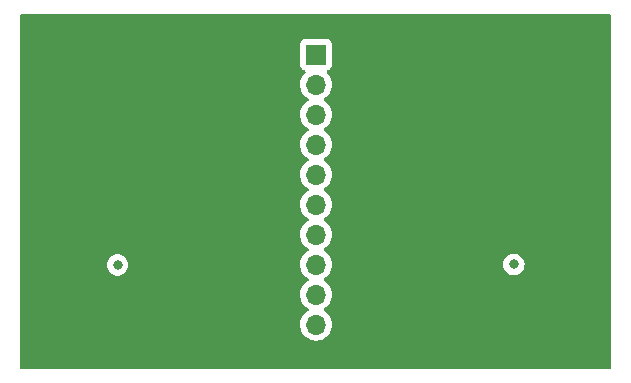
<source format=gbr>
%TF.GenerationSoftware,KiCad,Pcbnew,7.0.2*%
%TF.CreationDate,2023-11-04T13:58:57-04:00*%
%TF.ProjectId,AntSniffer,416e7453-6e69-4666-9665-722e6b696361,rev?*%
%TF.SameCoordinates,Original*%
%TF.FileFunction,Copper,L2,Inr*%
%TF.FilePolarity,Positive*%
%FSLAX46Y46*%
G04 Gerber Fmt 4.6, Leading zero omitted, Abs format (unit mm)*
G04 Created by KiCad (PCBNEW 7.0.2) date 2023-11-04 13:58:57*
%MOMM*%
%LPD*%
G01*
G04 APERTURE LIST*
%TA.AperFunction,ComponentPad*%
%ADD10R,1.700000X1.700000*%
%TD*%
%TA.AperFunction,ComponentPad*%
%ADD11O,1.700000X1.700000*%
%TD*%
%TA.AperFunction,ViaPad*%
%ADD12C,0.800000*%
%TD*%
G04 APERTURE END LIST*
D10*
%TO.N,/A2*%
%TO.C,J1*%
X168579800Y-45979000D03*
D11*
%TO.N,/SCL*%
X168579800Y-48519000D03*
%TO.N,/SDA*%
X168579800Y-51059000D03*
%TO.N,/PLUG*%
X168579800Y-53599000D03*
%TO.N,/A1*%
X168579800Y-56139000D03*
%TO.N,/TX*%
X168579800Y-58679000D03*
%TO.N,/RST*%
X168579800Y-61219000D03*
%TO.N,/RX*%
X168579800Y-63759000D03*
%TO.N,/A0*%
X168579800Y-66299000D03*
%TO.N,/3V3*%
X168579800Y-68839000D03*
%TD*%
D12*
%TO.N,GND*%
X172212000Y-71069200D03*
%TO.N,/3V3*%
X185318400Y-63754000D03*
X151765000Y-63804800D03*
%TO.N,GND*%
X146837400Y-69443600D03*
X162814000Y-70840600D03*
X182295800Y-61759600D03*
X154736800Y-61771800D03*
X190093600Y-45974000D03*
X154762200Y-57771800D03*
X147015200Y-46126400D03*
X182295800Y-57759600D03*
X182295800Y-49759600D03*
X190119000Y-69519800D03*
X154762200Y-49771800D03*
%TD*%
%TA.AperFunction,Conductor*%
%TO.N,GND*%
G36*
X193490539Y-42565185D02*
G01*
X193536294Y-42617989D01*
X193547500Y-42669500D01*
X193547500Y-72494100D01*
X193527815Y-72561139D01*
X193475011Y-72606894D01*
X193423500Y-72618100D01*
X143609100Y-72618100D01*
X143542061Y-72598415D01*
X143496306Y-72545611D01*
X143485100Y-72494100D01*
X143485100Y-68839000D01*
X167224140Y-68839000D01*
X167244736Y-69074407D01*
X167289509Y-69241502D01*
X167305897Y-69302663D01*
X167405765Y-69516830D01*
X167541305Y-69710401D01*
X167708399Y-69877495D01*
X167901970Y-70013035D01*
X168116137Y-70112903D01*
X168344392Y-70174063D01*
X168579800Y-70194659D01*
X168815208Y-70174063D01*
X169043463Y-70112903D01*
X169257630Y-70013035D01*
X169451201Y-69877495D01*
X169618295Y-69710401D01*
X169753835Y-69516830D01*
X169853703Y-69302663D01*
X169914863Y-69074408D01*
X169935459Y-68839000D01*
X169914863Y-68603592D01*
X169853703Y-68375337D01*
X169753835Y-68161171D01*
X169618295Y-67967599D01*
X169451201Y-67800505D01*
X169265639Y-67670573D01*
X169222016Y-67615998D01*
X169214822Y-67546500D01*
X169246345Y-67484145D01*
X169265637Y-67467428D01*
X169451201Y-67337495D01*
X169618295Y-67170401D01*
X169753835Y-66976830D01*
X169853703Y-66762663D01*
X169914863Y-66534408D01*
X169935459Y-66299000D01*
X169914863Y-66063592D01*
X169853703Y-65835337D01*
X169753835Y-65621171D01*
X169618295Y-65427599D01*
X169451201Y-65260505D01*
X169265639Y-65130573D01*
X169222015Y-65075997D01*
X169214823Y-65006498D01*
X169246345Y-64944144D01*
X169265631Y-64927432D01*
X169451201Y-64797495D01*
X169618295Y-64630401D01*
X169753835Y-64436830D01*
X169853703Y-64222663D01*
X169914863Y-63994408D01*
X169935459Y-63759000D01*
X169935022Y-63754000D01*
X184412940Y-63754000D01*
X184432726Y-63942257D01*
X184491220Y-64122284D01*
X184585866Y-64286216D01*
X184712529Y-64426889D01*
X184865669Y-64538151D01*
X185038597Y-64615144D01*
X185223752Y-64654500D01*
X185223754Y-64654500D01*
X185413048Y-64654500D01*
X185536484Y-64628262D01*
X185598203Y-64615144D01*
X185771130Y-64538151D01*
X185924271Y-64426888D01*
X186050933Y-64286216D01*
X186145579Y-64122284D01*
X186204074Y-63942256D01*
X186223860Y-63754000D01*
X186204074Y-63565744D01*
X186145579Y-63385716D01*
X186145579Y-63385715D01*
X186050933Y-63221783D01*
X185924270Y-63081110D01*
X185771130Y-62969848D01*
X185598202Y-62892855D01*
X185413048Y-62853500D01*
X185413046Y-62853500D01*
X185223754Y-62853500D01*
X185223752Y-62853500D01*
X185038597Y-62892855D01*
X184865669Y-62969848D01*
X184712529Y-63081110D01*
X184585866Y-63221783D01*
X184491220Y-63385715D01*
X184432726Y-63565742D01*
X184412940Y-63754000D01*
X169935022Y-63754000D01*
X169914863Y-63523592D01*
X169853703Y-63295337D01*
X169753835Y-63081171D01*
X169618295Y-62887599D01*
X169451201Y-62720505D01*
X169265639Y-62590573D01*
X169222017Y-62535998D01*
X169214824Y-62466499D01*
X169246346Y-62404145D01*
X169265637Y-62387428D01*
X169451201Y-62257495D01*
X169618295Y-62090401D01*
X169753835Y-61896830D01*
X169853703Y-61682663D01*
X169914863Y-61454408D01*
X169935459Y-61219000D01*
X169914863Y-60983592D01*
X169853703Y-60755337D01*
X169753835Y-60541171D01*
X169618295Y-60347599D01*
X169451201Y-60180505D01*
X169265639Y-60050573D01*
X169222015Y-59995997D01*
X169214823Y-59926498D01*
X169246345Y-59864144D01*
X169265631Y-59847432D01*
X169451201Y-59717495D01*
X169618295Y-59550401D01*
X169753835Y-59356830D01*
X169853703Y-59142663D01*
X169914863Y-58914408D01*
X169935459Y-58679000D01*
X169914863Y-58443592D01*
X169853703Y-58215337D01*
X169753835Y-58001171D01*
X169618295Y-57807599D01*
X169451201Y-57640505D01*
X169265639Y-57510573D01*
X169222016Y-57455998D01*
X169214822Y-57386500D01*
X169246345Y-57324145D01*
X169265637Y-57307428D01*
X169451201Y-57177495D01*
X169618295Y-57010401D01*
X169753835Y-56816830D01*
X169853703Y-56602663D01*
X169914863Y-56374408D01*
X169935459Y-56139000D01*
X169914863Y-55903592D01*
X169853703Y-55675337D01*
X169753835Y-55461171D01*
X169618295Y-55267599D01*
X169451201Y-55100505D01*
X169265639Y-54970573D01*
X169222015Y-54915997D01*
X169214823Y-54846498D01*
X169246345Y-54784144D01*
X169265631Y-54767432D01*
X169451201Y-54637495D01*
X169618295Y-54470401D01*
X169753835Y-54276830D01*
X169853703Y-54062663D01*
X169914863Y-53834408D01*
X169935459Y-53599000D01*
X169914863Y-53363592D01*
X169853703Y-53135337D01*
X169753835Y-52921171D01*
X169618295Y-52727599D01*
X169451201Y-52560505D01*
X169265639Y-52430573D01*
X169222016Y-52375998D01*
X169214822Y-52306500D01*
X169246345Y-52244145D01*
X169265637Y-52227428D01*
X169451201Y-52097495D01*
X169618295Y-51930401D01*
X169753835Y-51736830D01*
X169853703Y-51522663D01*
X169914863Y-51294408D01*
X169935459Y-51059000D01*
X169914863Y-50823592D01*
X169853703Y-50595337D01*
X169753835Y-50381171D01*
X169618295Y-50187599D01*
X169451201Y-50020505D01*
X169265639Y-49890573D01*
X169222015Y-49835997D01*
X169214823Y-49766498D01*
X169246345Y-49704144D01*
X169265631Y-49687432D01*
X169451201Y-49557495D01*
X169618295Y-49390401D01*
X169753835Y-49196830D01*
X169853703Y-48982663D01*
X169914863Y-48754408D01*
X169935459Y-48519000D01*
X169914863Y-48283592D01*
X169853703Y-48055337D01*
X169753835Y-47841171D01*
X169618295Y-47647599D01*
X169496369Y-47525672D01*
X169462884Y-47464350D01*
X169467868Y-47394658D01*
X169509740Y-47338725D01*
X169540715Y-47321810D01*
X169672131Y-47272796D01*
X169787346Y-47186546D01*
X169873596Y-47071331D01*
X169923891Y-46936483D01*
X169930300Y-46876873D01*
X169930299Y-45081128D01*
X169923891Y-45021517D01*
X169873596Y-44886669D01*
X169787346Y-44771454D01*
X169672131Y-44685204D01*
X169537283Y-44634909D01*
X169477673Y-44628500D01*
X169474350Y-44628500D01*
X167685239Y-44628500D01*
X167685220Y-44628500D01*
X167681928Y-44628501D01*
X167678648Y-44628853D01*
X167678640Y-44628854D01*
X167622315Y-44634909D01*
X167487469Y-44685204D01*
X167372254Y-44771454D01*
X167286004Y-44886668D01*
X167235710Y-45021515D01*
X167235709Y-45021517D01*
X167229300Y-45081127D01*
X167229300Y-45084448D01*
X167229300Y-45084449D01*
X167229300Y-46873560D01*
X167229300Y-46873578D01*
X167229301Y-46876872D01*
X167235709Y-46936483D01*
X167286004Y-47071331D01*
X167372254Y-47186546D01*
X167487469Y-47272796D01*
X167599707Y-47314658D01*
X167618882Y-47321810D01*
X167674816Y-47363681D01*
X167699233Y-47429146D01*
X167684381Y-47497419D01*
X167663231Y-47525673D01*
X167541303Y-47647601D01*
X167405765Y-47841170D01*
X167305897Y-48055336D01*
X167244736Y-48283592D01*
X167224140Y-48518999D01*
X167244736Y-48754407D01*
X167289509Y-48921502D01*
X167305897Y-48982663D01*
X167405765Y-49196830D01*
X167541305Y-49390401D01*
X167708399Y-49557495D01*
X167893960Y-49687426D01*
X167937583Y-49742002D01*
X167944776Y-49811501D01*
X167913254Y-49873855D01*
X167893959Y-49890575D01*
X167708395Y-50020508D01*
X167541305Y-50187598D01*
X167405765Y-50381170D01*
X167305897Y-50595336D01*
X167244736Y-50823592D01*
X167224140Y-51059000D01*
X167244736Y-51294407D01*
X167289509Y-51461501D01*
X167305897Y-51522663D01*
X167405765Y-51736830D01*
X167541305Y-51930401D01*
X167708399Y-52097495D01*
X167893960Y-52227426D01*
X167937583Y-52282002D01*
X167944776Y-52351501D01*
X167913254Y-52413855D01*
X167893959Y-52430575D01*
X167708395Y-52560508D01*
X167541305Y-52727598D01*
X167405765Y-52921170D01*
X167305897Y-53135336D01*
X167244736Y-53363592D01*
X167224140Y-53599000D01*
X167244736Y-53834407D01*
X167289509Y-54001501D01*
X167305897Y-54062663D01*
X167405765Y-54276830D01*
X167541305Y-54470401D01*
X167708399Y-54637495D01*
X167893960Y-54767426D01*
X167937583Y-54822002D01*
X167944776Y-54891501D01*
X167913254Y-54953855D01*
X167893959Y-54970575D01*
X167708395Y-55100508D01*
X167541305Y-55267598D01*
X167405765Y-55461170D01*
X167305897Y-55675336D01*
X167244736Y-55903592D01*
X167224140Y-56139000D01*
X167244736Y-56374407D01*
X167289509Y-56541502D01*
X167305897Y-56602663D01*
X167405765Y-56816830D01*
X167541305Y-57010401D01*
X167708399Y-57177495D01*
X167893960Y-57307426D01*
X167937583Y-57362002D01*
X167944776Y-57431501D01*
X167913254Y-57493855D01*
X167893959Y-57510575D01*
X167708395Y-57640508D01*
X167541305Y-57807598D01*
X167405765Y-58001170D01*
X167305897Y-58215336D01*
X167244736Y-58443592D01*
X167224140Y-58678999D01*
X167244736Y-58914407D01*
X167289509Y-59081502D01*
X167305897Y-59142663D01*
X167405765Y-59356830D01*
X167541305Y-59550401D01*
X167708399Y-59717495D01*
X167893960Y-59847426D01*
X167937583Y-59902002D01*
X167944776Y-59971501D01*
X167913254Y-60033855D01*
X167893959Y-60050575D01*
X167708395Y-60180508D01*
X167541305Y-60347598D01*
X167405765Y-60541170D01*
X167305897Y-60755336D01*
X167244736Y-60983592D01*
X167224140Y-61218999D01*
X167244736Y-61454407D01*
X167289509Y-61621502D01*
X167305897Y-61682663D01*
X167405765Y-61896830D01*
X167541305Y-62090401D01*
X167708399Y-62257495D01*
X167893960Y-62387426D01*
X167937583Y-62442002D01*
X167944776Y-62511501D01*
X167913254Y-62573855D01*
X167893959Y-62590575D01*
X167708395Y-62720508D01*
X167541305Y-62887598D01*
X167405765Y-63081170D01*
X167305897Y-63295336D01*
X167244736Y-63523592D01*
X167224140Y-63759000D01*
X167244736Y-63994407D01*
X167279001Y-64122284D01*
X167305897Y-64222663D01*
X167405765Y-64436830D01*
X167541305Y-64630401D01*
X167708399Y-64797495D01*
X167893960Y-64927426D01*
X167937583Y-64982002D01*
X167944776Y-65051501D01*
X167913254Y-65113855D01*
X167893959Y-65130575D01*
X167708395Y-65260508D01*
X167541305Y-65427598D01*
X167405765Y-65621170D01*
X167305897Y-65835336D01*
X167244736Y-66063592D01*
X167224140Y-66299000D01*
X167244736Y-66534407D01*
X167289509Y-66701501D01*
X167305897Y-66762663D01*
X167405765Y-66976830D01*
X167541305Y-67170401D01*
X167708399Y-67337495D01*
X167893960Y-67467426D01*
X167937583Y-67522002D01*
X167944776Y-67591501D01*
X167913254Y-67653855D01*
X167893959Y-67670575D01*
X167708395Y-67800508D01*
X167541305Y-67967598D01*
X167405765Y-68161170D01*
X167305897Y-68375336D01*
X167244736Y-68603592D01*
X167224140Y-68839000D01*
X143485100Y-68839000D01*
X143485100Y-63804800D01*
X150859540Y-63804800D01*
X150879326Y-63993057D01*
X150937820Y-64173084D01*
X151032466Y-64337016D01*
X151159129Y-64477689D01*
X151312269Y-64588951D01*
X151485197Y-64665944D01*
X151670352Y-64705300D01*
X151670354Y-64705300D01*
X151859648Y-64705300D01*
X151983084Y-64679062D01*
X152044803Y-64665944D01*
X152217730Y-64588951D01*
X152217729Y-64588951D01*
X152370870Y-64477689D01*
X152407663Y-64436827D01*
X152497533Y-64337016D01*
X152592179Y-64173084D01*
X152650674Y-63993056D01*
X152670460Y-63804800D01*
X152650674Y-63616544D01*
X152592179Y-63436516D01*
X152592179Y-63436515D01*
X152497533Y-63272583D01*
X152370870Y-63131910D01*
X152217730Y-63020648D01*
X152044802Y-62943655D01*
X151859648Y-62904300D01*
X151859646Y-62904300D01*
X151670354Y-62904300D01*
X151670352Y-62904300D01*
X151485197Y-62943655D01*
X151312269Y-63020648D01*
X151159129Y-63131910D01*
X151032466Y-63272583D01*
X150937820Y-63436515D01*
X150879326Y-63616542D01*
X150859540Y-63804800D01*
X143485100Y-63804800D01*
X143485100Y-42669500D01*
X143504785Y-42602461D01*
X143557589Y-42556706D01*
X143609100Y-42545500D01*
X193423500Y-42545500D01*
X193490539Y-42565185D01*
G37*
%TD.AperFunction*%
%TD*%
M02*

</source>
